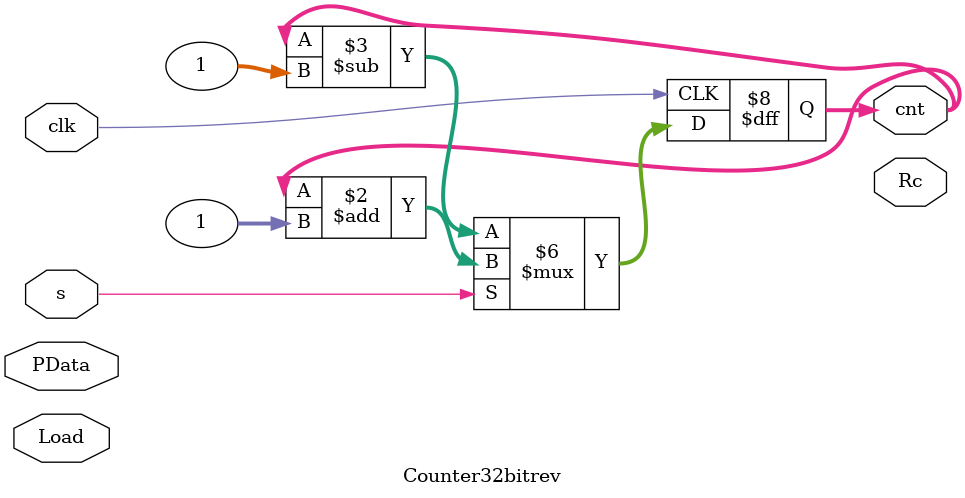
<source format=v>


`timescale 1ns / 1ps
module Counter32bitrev(clk, s, Load, PData, cnt, Rc);
	input clk, s, Load;
	input [31:0]PData;
	output reg [31:0] cnt;
	output reg Rc;

	initial cnt = 16'b0;


	
	always @ (posedge clk) begin
		if (s)
			cnt <= cnt + 1;
		else
		cnt <= cnt - 1;
	end
endmodule

</source>
